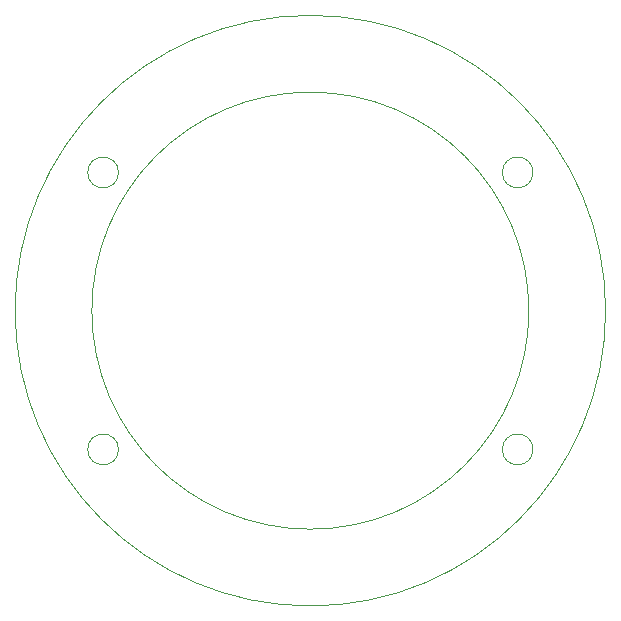
<source format=gbr>
%TF.GenerationSoftware,KiCad,Pcbnew,8.0.5*%
%TF.CreationDate,2025-07-02T22:11:18-04:00*%
%TF.ProjectId,tomorrowland_pendant,746f6d6f-7272-46f7-976c-616e645f7065,rev?*%
%TF.SameCoordinates,Original*%
%TF.FileFunction,Profile,NP*%
%FSLAX46Y46*%
G04 Gerber Fmt 4.6, Leading zero omitted, Abs format (unit mm)*
G04 Created by KiCad (PCBNEW 8.0.5) date 2025-07-02 22:11:18*
%MOMM*%
%LPD*%
G01*
G04 APERTURE LIST*
%TA.AperFunction,Profile*%
%ADD10C,0.050000*%
%TD*%
G04 APERTURE END LIST*
D10*
X168906349Y-107341566D02*
G75*
G02*
X131906343Y-107341566I-18500003J0D01*
G01*
X131906343Y-107341566D02*
G75*
G02*
X168906349Y-107341566I18500003J0D01*
G01*
X169256346Y-95641566D02*
G75*
G02*
X166656346Y-95641566I-1300000J0D01*
G01*
X166656346Y-95641566D02*
G75*
G02*
X169256346Y-95641566I1300000J0D01*
G01*
X175406346Y-107341566D02*
G75*
G02*
X125406346Y-107341566I-25000000J0D01*
G01*
X125406346Y-107341566D02*
G75*
G02*
X175406346Y-107341566I25000000J0D01*
G01*
X169256346Y-119091566D02*
G75*
G02*
X166656346Y-119091566I-1300000J0D01*
G01*
X166656346Y-119091566D02*
G75*
G02*
X169256346Y-119091566I1300000J0D01*
G01*
X134156346Y-119091566D02*
G75*
G02*
X131556346Y-119091566I-1300000J0D01*
G01*
X131556346Y-119091566D02*
G75*
G02*
X134156346Y-119091566I1300000J0D01*
G01*
X134156346Y-95641566D02*
G75*
G02*
X131556346Y-95641566I-1300000J0D01*
G01*
X131556346Y-95641566D02*
G75*
G02*
X134156346Y-95641566I1300000J0D01*
G01*
M02*

</source>
